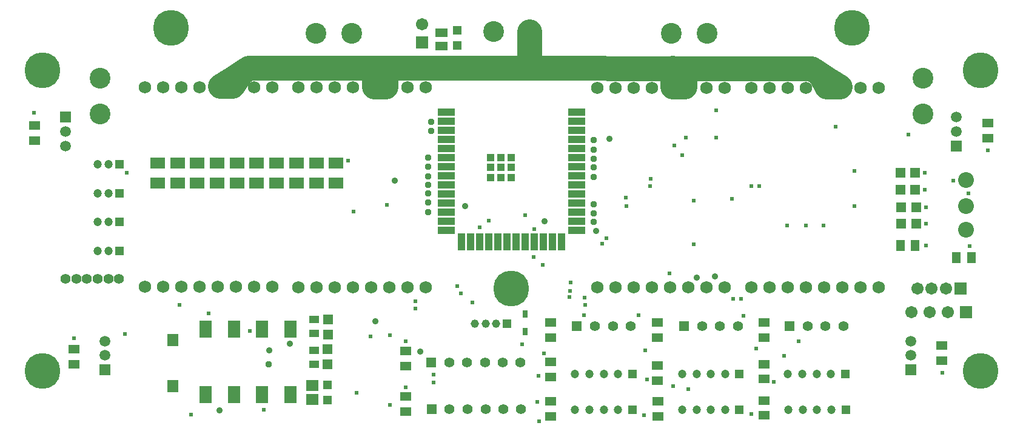
<source format=gbr>
%FSTAX23Y23*%
%MOIN*%
%SFA1B1*%

%IPPOS*%
%ADD21R,0.055441X0.039626*%
%ADD23R,0.047244X0.047244*%
%ADD26R,0.047244X0.047244*%
%ADD36R,0.051307X0.059181*%
%ADD37R,0.059181X0.051307*%
%ADD38R,0.055244X0.055244*%
%ADD39R,0.070992X0.094614*%
%ADD40R,0.070992X0.093827*%
%ADD41R,0.055244X0.055244*%
%ADD42R,0.069023X0.061149*%
%ADD43R,0.083197X0.061937*%
%ADD44R,0.031622X0.039496*%
%ADD45C,0.086740*%
%ADD46R,0.043433X0.043433*%
%ADD47R,0.043433X0.096582*%
%ADD48R,0.096582X0.043433*%
%ADD49R,0.063118X0.067055*%
%ADD50R,0.065086X0.049338*%
%ADD51C,0.138110*%
%ADD52C,0.114299*%
%ADD53C,0.068000*%
%ADD54R,0.055118X0.055118*%
%ADD55C,0.055118*%
%ADD56C,0.047244*%
%ADD57C,0.196976*%
%ADD58C,0.067055*%
%ADD59R,0.067055X0.067055*%
%ADD60C,0.055559*%
%ADD61C,0.059181*%
%ADD62R,0.059181X0.059181*%
%ADD63R,0.067055X0.067055*%
%ADD64C,0.045275*%
%ADD65R,0.045275X0.045275*%
%ADD66C,0.023748*%
%ADD67C,0.037527*%
%ADD68C,0.035559*%
%LNbrushed_pcb_soldermask_top-1*%
%LPD*%
G54D21*
X-01085Y-00785D03*
Y-0071D03*
X-01084Y-00541D03*
Y-00616D03*
G54D23*
X00664Y-01038D03*
X01253Y-00841D03*
X00664D03*
X01253Y-01038D03*
X01837D03*
X01834Y-00841D03*
X-02156Y00314D03*
Y00155D03*
Y-00002D03*
Y-00162D03*
G54D26*
X-01011Y-009D03*
Y-00983D03*
X-00299Y00968D03*
Y01051D03*
G54D36*
X0222Y-00134D03*
X02137D03*
X02529Y-002D03*
X02446D03*
G54D37*
X-00581Y-01047D03*
Y-00964D03*
X02617Y00457D03*
Y00539D03*
X-02404Y-00785D03*
Y-00702D03*
X-02623Y00445D03*
Y00528D03*
X00802Y-00556D03*
Y-00639D03*
X00216Y-00556D03*
Y-00639D03*
X0139Y-00556D03*
Y-00639D03*
X02366Y-00683D03*
Y-00765D03*
X00216Y-00857D03*
Y-00774D03*
X0139Y-00868D03*
Y-00785D03*
X00802Y-00877D03*
Y-00794D03*
X00805Y-01074D03*
Y-00991D03*
X0139Y-01068D03*
Y-00985D03*
X-00581Y-00795D03*
Y-00712D03*
X00216Y-00991D03*
Y-01074D03*
G54D38*
X0222Y00266D03*
X02137D03*
X0222Y00172D03*
X02137D03*
X02224Y00077D03*
X02141D03*
X02224Y-00012D03*
X02141D03*
G54D39*
X-01525Y-00592D03*
X-0137Y-00954D03*
X-01214D03*
X-01682Y-00592D03*
G54D40*
X-01525Y-00954D03*
X-0137Y-00592D03*
X-01214D03*
X-01682Y-00954D03*
G54D41*
X-0101Y-00785D03*
Y-00702D03*
X-01009Y-00624D03*
Y-00541D03*
G54D42*
X-01096Y-00979D03*
Y-00902D03*
G54D43*
X-01291Y0032D03*
Y00209D03*
X-014Y0032D03*
Y00209D03*
X-01509Y0032D03*
Y00209D03*
X-01618Y0032D03*
Y00209D03*
X-01836Y0032D03*
Y00209D03*
X-01945Y0032D03*
Y00209D03*
X-01727Y0032D03*
Y00209D03*
X-01073Y0032D03*
Y00209D03*
X-01182Y0032D03*
Y00209D03*
X-00964Y0032D03*
Y00209D03*
G54D44*
X00074Y-00608D03*
Y-00509D03*
G54D45*
X025Y00228D03*
Y00082D03*
Y-00047D03*
G54D46*
X-00003Y00351D03*
X-00059D03*
X-00114D03*
X-00003Y00241D03*
X-00059D03*
X-00114D03*
X-00003Y00296D03*
X-00114D03*
X-00059D03*
G54D47*
X00275Y-00114D03*
X00225D03*
X00175D03*
X00125D03*
X00075D03*
X00025D03*
X-00025D03*
X-00075D03*
X-00125D03*
X-00175D03*
X-00225D03*
X-00275D03*
G54D48*
X0036Y006D03*
Y-00049D03*
Y0D03*
Y0005D03*
Y001D03*
Y0015D03*
Y002D03*
Y0025D03*
Y003D03*
Y0035D03*
Y004D03*
Y0045D03*
Y005D03*
Y0055D03*
X-00359Y0045D03*
Y004D03*
Y0035D03*
Y003D03*
Y0025D03*
Y002D03*
Y0015D03*
Y001D03*
Y0005D03*
Y0D03*
Y-00049D03*
Y005D03*
Y0055D03*
Y006D03*
G54D49*
X-01863Y-00908D03*
Y-00653D03*
G54D50*
X-00385Y01037D03*
Y00964D03*
G54D51*
X01746Y00777D02*
X01804Y00739D01*
X00098Y00843D02*
Y01042D01*
Y00843D02*
X00949Y00841D01*
X01705Y0079D02*
X01733Y00745D01*
X01649Y0084D02*
X01746Y00777D01*
X-01543Y0078D02*
X-01446Y00843D01*
X-01602Y00742D02*
X-01543Y0078D01*
X00885Y00739D02*
X00952D01*
X-01531Y00748D02*
X-01502Y00793D01*
X-01535Y00742D02*
X-01531Y00748D01*
X-01477Y0082D02*
X-01446Y00843D01*
X-00692D02*
X-0069Y0074D01*
X-01446Y00843D02*
X-00692D01*
X-0069*
X00098*
X-00756Y0074D02*
X-0069D01*
X-00756D02*
Y00843D01*
X00885Y00739D02*
Y00842D01*
X00949Y00841D02*
X01649Y0084D01*
X00949Y00841D02*
X00952Y00739D01*
X01733D02*
X01804D01*
X-01602Y00742D02*
X-01535D01*
G54D52*
X-00098Y01042D03*
X00098D03*
X-02263Y00589D03*
Y00786D03*
X-01074Y01034D03*
X-00877D03*
X01074Y01033D03*
X00877D03*
X02263Y00787D03*
Y0059D03*
G54D53*
X-01716Y00738D03*
X-01816Y00738D03*
X-01916Y00738D03*
X-02016D03*
X-01071Y00737D03*
X-01171D03*
X-00871D03*
X-00971Y00736D03*
X00771Y00735D03*
X00671Y00734D03*
X00571Y00735D03*
X00471D03*
X01618D03*
X01518Y00734D03*
X01418Y00735D03*
X01318D03*
X-01316Y-00361D03*
X-01416D03*
X-01516D03*
X-01616D03*
X-01716D03*
X-01816D03*
X-01916D03*
X-02016D03*
X-01616Y00738D03*
X-01416D03*
X-01316D03*
X-01516D03*
X-00471Y-00362D03*
X-00571D03*
X-00671D03*
X-00771D03*
X-00871D03*
X-00971D03*
X-01071D03*
X-01171D03*
X-00771Y00737D03*
X-00571D03*
X-00471D03*
X-00671D03*
X01171Y-00364D03*
X01071D03*
X00971D03*
X00871D03*
X00771D03*
X00671D03*
X00571D03*
X00471D03*
X00871Y00735D03*
X01071D03*
X01171D03*
X00971D03*
X02018Y-00364D03*
X01918D03*
X01818D03*
X01718D03*
X01618D03*
X01518D03*
X01418D03*
X01318D03*
X01718Y00735D03*
X01918D03*
X02018D03*
X01818D03*
G54D54*
X-00441Y-00775D03*
X00948Y-00576D03*
X-00439Y-01032D03*
X0036Y-00576D03*
X01529D03*
G54D55*
X-00342Y-00775D03*
X-00244D03*
X-00145D03*
X-00047D03*
X0005D03*
X01047Y-00576D03*
X01145D03*
X01244D03*
X-0034Y-01032D03*
X-00242D03*
X-00143D03*
X-00045D03*
X00052D03*
X00655Y-00576D03*
X00557D03*
X00458D03*
X01824D03*
X01726D03*
X01627D03*
G54D56*
X00349Y-01038D03*
X00428D03*
X00507D03*
X00585D03*
X-02274Y-00162D03*
Y00155D03*
Y00314D03*
Y-00002D03*
X-02215Y00314D03*
Y00155D03*
Y-00002D03*
Y-00162D03*
X00938Y-00841D03*
X01017D03*
X01096D03*
X01175D03*
X00585D03*
X00507D03*
X00428D03*
X00349D03*
X01175Y-01038D03*
X01096D03*
X01017D03*
X00938D03*
X01759D03*
X0168D03*
X01601D03*
X01523D03*
X01755Y-00841D03*
X01677D03*
X01598D03*
X01519D03*
G54D57*
X0Y-0037D03*
X01873Y01062D03*
X-02579Y-00824D03*
X02579D03*
Y0083D03*
X-01873Y01062D03*
X-02579Y0083D03*
G54D58*
X02198Y-00499D03*
X02298D03*
X02398D03*
X02231Y-00369D03*
X02388D03*
X0231D03*
X-00492Y01084D03*
G54D59*
X02498Y-00499D03*
X02467Y-00369D03*
G54D60*
X-02452Y-00318D03*
X-02393D03*
X-02334D03*
X-02275D03*
X-02216D03*
X-02157D03*
G54D61*
X02446Y00573D03*
Y00494D03*
X-02234Y-00738D03*
Y-00659D03*
X-02452Y00414D03*
Y00493D03*
X02195Y-00659D03*
Y-00738D03*
G54D62*
X02446Y00415D03*
X-02234Y-00816D03*
X-02452Y00572D03*
X02195Y-00816D03*
G54D63*
X-00492Y00984D03*
G54D64*
X-00202Y-00564D03*
X-00143D03*
X-00084D03*
G54D65*
X-00025Y-00564D03*
G54D66*
X01885Y00278D03*
X01003Y-00125D03*
X02181Y00477D03*
X01783Y0052D03*
X00894Y00418D03*
X00938Y00364D03*
X-00298Y-00357D03*
X-00279Y-00397D03*
X-00851Y-00944D03*
X-00528Y-0048D03*
X-00897Y00333D03*
X0006Y-00678D03*
X-01761Y-01062D03*
X00404Y-00459D03*
X00631Y00083D03*
X0063Y00129D03*
X-01664Y-00506D03*
X-02124Y-00619D03*
X00153Y-01101D03*
X01363Y00192D03*
X00766Y00232D03*
X01318Y00192D03*
X00763D03*
X02511Y00152D03*
X02429Y00224D03*
X02518Y-00138D03*
X02279Y-00133D03*
X01716Y-00023D03*
X01213Y00123D03*
X01885Y00082D03*
X01003Y00115D03*
X0087Y-00285D03*
X01578Y-00661D03*
X015Y-0074D03*
X01345Y-00699D03*
X01442Y-00884D03*
X01126Y0061D03*
X01125Y0046D03*
X0096Y00461D03*
X-00668Y-00628D03*
X-00581Y-00659D03*
X01275Y-00519D03*
X00973Y-00924D03*
X00889Y-00908D03*
X00745Y-0087D03*
X00734Y-00709D03*
X00322Y-00384D03*
X00318Y-00417D03*
X007Y-00515D03*
X00397D03*
X01262Y-00428D03*
X0122D03*
X-00124Y00005D03*
X005Y-00122D03*
X00523Y-00094D03*
X00401Y-00421D03*
X00326Y-00338D03*
X-00174Y-00034D03*
X-00867Y00052D03*
X00125Y-00043D03*
X-00216Y-00448D03*
X00074Y00035D03*
X00147Y-00851D03*
X00141Y-00993D03*
X-00581Y-00914D03*
X00173Y-00241D03*
X00123Y-00195D03*
X-02114Y00267D03*
X0132Y-01061D03*
X-00527Y-0044D03*
X-01362Y-01035D03*
X-02404Y-00643D03*
X-00685Y0009D03*
X-01826Y-0046D03*
X-00774Y-00632D03*
X00729Y-01065D03*
X-00668Y-01009D03*
X-01437Y-00603D03*
X-00428Y-00844D03*
Y-00888D03*
X02273Y00266D03*
X02279Y-00012D03*
X02277Y00077D03*
X02273Y00172D03*
X01618Y-00023D03*
X01515D03*
X-02624Y00598D03*
X02618Y0039D03*
X02367Y-00832D03*
X0018Y-00727D03*
G54D67*
X00451Y-00002D03*
Y00296D03*
Y00446D03*
X-00457Y00102D03*
Y00153D03*
Y00051D03*
X00451Y00044D03*
Y00095D03*
Y00245D03*
Y00343D03*
X-01334Y-00787D03*
X-00457Y0035D03*
X00451Y00394D03*
X-00443Y00496D03*
Y00547D03*
X-00457Y002D03*
Y00248D03*
Y00299D03*
G54D68*
X0054Y00453D03*
X-00503Y-00715D03*
X-00748Y-00551D03*
X-01219Y-00674D03*
X00465Y-00054D03*
X-01604Y-01041D03*
X-00254Y00085D03*
X00183Y0D03*
X-00641Y00224D03*
X01019Y-00311D03*
X01118Y-00303D03*
X-01333Y-00711D03*
M02*
</source>
